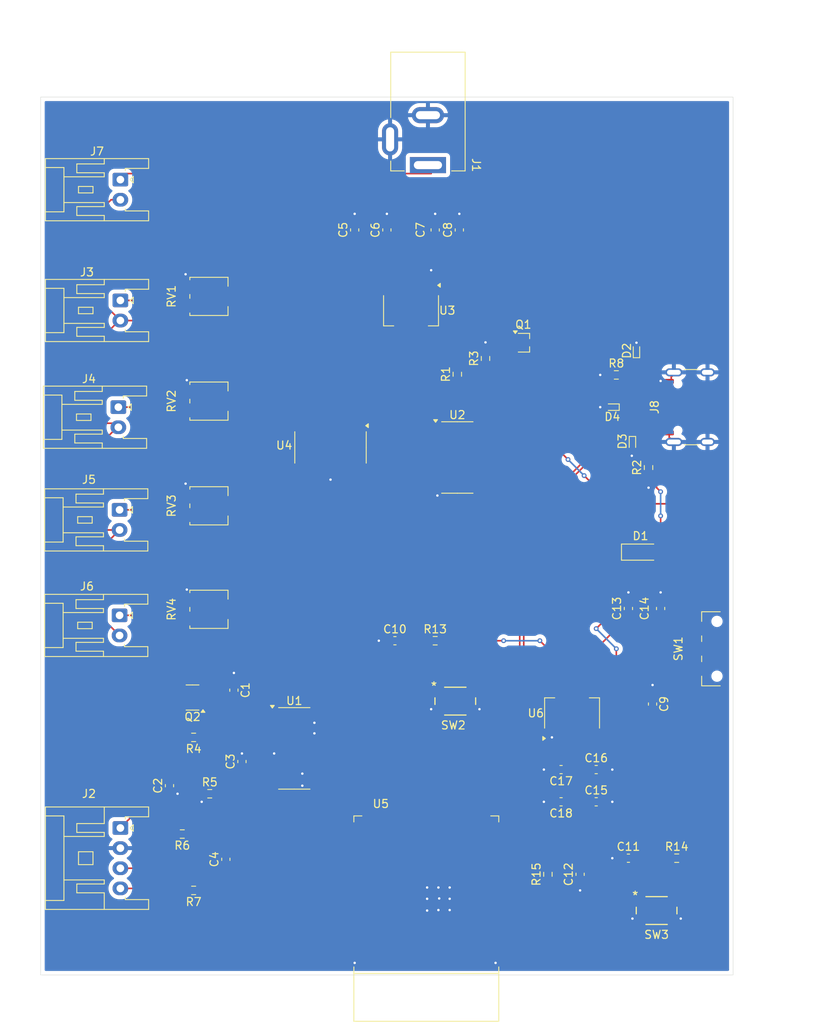
<source format=kicad_pcb>
(kicad_pcb (version 20240108) (generator "pcbnew") (generator_version "8.0")
  (title_block (title "FLOPS") (date "2024-11-14") (rev "REV3") (comment 1 "Team 09"))
  (layers (0 "F.Cu" signal) (31 "B.Cu" signal) (34 "B.Paste" user) (35 "F.Paste" user) (36 "B.SilkS" user "B.Silkscreen") (37 "F.SilkS" user "F.Silkscreen") (38 "B.Mask" user) (39 "F.Mask" user) (44 "Edge.Cuts" user))
  (net 0 "")
  (net 1 "ESP_3.3V")
  (net 2 "Net-(Q2-B)")
  (net 3 "Net-(J2-Pin_1)")
  (net 4 "GND")
  (net 6 "Net-(U1-VBG)")
  (net 7 "Net-(U1-INA-)")
  (net 8 "Net-(U1-VFB)")
  (net 9 "+5V_WALL")
  (net 10 "+3.3V_WALL")
  (net 11 "Net-(U1-INA+)")
  (net 12 "+5VUSB")
  (net 13 "GPIO0_BOOT")
  (net 14 "CHIP_PU_EN")
  (net 15 "/controller/USB_D-")
  (net 16 "/controller/VBUS")
  (net 17 "Net-(J7-Pin_1)")
  (net 18 "NFET_3.3V")
  (net 19 "Net-(U4A-+)")
  (net 20 "Net-(U4B-+)")
  (net 21 "Net-(U4C-+)")
  (net 22 "Net-(U4D-+)")
  (net 23 "Net-(SW1-B)")
  (net 35 "Net-(J3-Pin_1)")
  (net 36 "Net-(J2-Pin_3)")
  (net 37 "Net-(J2-Pin_4)")
  (net 38 "Net-(J4-Pin_1)")
  (net 39 "Net-(J5-Pin_1)")
  (net 40 "Net-(J6-Pin_1)")
  (net 41 "Net-(Q1-G)")
  (net 44 "Net-(U4C--)")
  (net 45 "Net-(U4A--)")
  (net 46 "Net-(U4B--)")
  (net 48 "Net-(U4D--)")
  (net 64 "Net-(R1-Pad1)")
  (net 70 "GPIO_36")
  (net 71 "GPIO_35")
  (net 74 "/controller/USB_D+")
  (net 75 "/controller/CC1")
  (net 77 "/controller/CC2")
  (footprint "Resistor_SMD:R_0603_1608Metric_Pad0.98x0.95mm_HandSolder" (layer "F.Cu") (at 59 149 180)
    (property "Reference" "R7")
    (property "Value" "100")
  )
  (footprint "Connector_USB:USB_C_Receptacle_GCT_USB4105-xx-A_16P_TopMnt_Horizontal" (layer "F.Cu") (at 121.75 89 90)
    (property "Reference" "J8")
    (property "Value" "USB_C_Receptacle_USB2.0_16P")
  )
  (footprint "Capacitor_SMD:C_0603_1608Metric_Pad1.08x0.95mm_HandSolder" (layer "F.Cu") (at 65 133 90)
    (property "Reference" "C3")
    (property "Value" "0.1uF")
  )
  (footprint "Connector_JST:JST_XA_S04B-XASK-1N-BN_1x04_P2.50mm_Horizontal" (layer "F.Cu") (at 49.9 141.25 -90)
    (property "Reference" "J2")
    (property "Value" "Conn_01x04")
  )
  (footprint "Resistor_SMD:R_0603_1608Metric_Pad0.98x0.95mm_HandSolder" (layer "F.Cu") (at 119 145)
    (property "Reference" "R14")
    (property "Value" "10k")
  )
  (footprint "Potentiometer_SMD:Potentiometer_Bourns_3314G_Vertical" (layer "F.Cu") (at 60.9 75.25 90)
    (property "Reference" "RV1")
    (property "Value" "100k Trim Pot")
  )
  (footprint "Potentiometer_SMD:Potentiometer_Bourns_3314G_Vertical" (layer "F.Cu") (at 60.9 114.1 90)
    (property "Reference" "RV4")
    (property "Value" "100k Trim Pot")
  )
  (footprint "Capacitor_SMD:C_0603_1608Metric_Pad1.08x0.95mm_HandSolder" (layer "F.Cu") (at 92 67 90)
    (property "Reference" "C8")
    (property "Value" "0.1uF")
  )
  (footprint "Capacitor_SMD:C_0603_1608Metric_Pad1.08x0.95mm_HandSolder" (layer "F.Cu") (at 79 67 90)
    (property "Reference" "C5")
    (property "Value" "10uF")
  )
  (footprint "Package_TO_SOT_SMD:SOT-23-3" (layer "F.Cu") (at 58.8625 125.05 180)
    (property "Reference" "Q2")
    (property "Value" "S8550")
  )
  (footprint "Connector_JST:JST_XA_S02B-XASK-1N-BN_1x02_P2.50mm_Horizontal" (layer "F.Cu") (at 49.65 89 -90)
    (property "Reference" "J4")
    (property "Value" "Conn_01x02")
  )
  (footprint "Capacitor_SMD:C_0603_1608Metric_Pad1.08x0.95mm_HandSolder" (layer "F.Cu") (at 89 67 90)
    (property "Reference" "C7")
    (property "Value" "10uF")
  )
  (footprint "Connector_JST:JST_XA_S02B-XASK-1N-BN_1x02_P2.50mm_Horizontal" (layer "F.Cu") (at 49.8 101.75 -90)
    (property "Reference" "J5")
    (property "Value" "Conn_01x02")
  )
  (footprint "Package_TO_SOT_SMD:SOT-223-3_TabPin2" (layer "F.Cu") (at 86 77 -90)
    (property "Reference" "U3")
    (property "Value" "AZ1117CH-3.3")
  )
  (footprint "PTS810SJM250SMTR LFS:PTS810_CNK" (layer "F.Cu") (at 116.5 151.5)
    (property "Reference" "SW3")
    (property "Value" "PTS810 SJM 250 SMTR LFS")
  )
  (footprint "Capacitor_SMD:C_0603_1608Metric_Pad1.08x0.95mm_HandSolder" (layer "F.Cu") (at 116 125.8625 -90)
    (property "Reference" "C9")
    (property "Value" "10uF")
  )
  (footprint "Connector_JST:JST_XA_S02B-XASK-1N-BN_1x02_P2.50mm_Horizontal" (layer "F.Cu") (at 49.9 75.75 -90)
    (property "Reference" "J3")
    (property "Value" "Conn_01x02")
  )
  (footprint "PCM_Espressif:ESP32-S3-WROOM-1" (layer "F.Cu") (at 87.9 149.5 180)
    (property "Reference" "U5")
    (property "Value" "ESP32-S3-WROOM-1-N16R8")
  )
  (footprint "Capacitor_SMD:C_0603_1608Metric_Pad1.08x0.95mm_HandSolder" (layer "F.Cu") (at 107 147 90)
    (property "Reference" "C12")
    (property "Value" "1uf")
  )
  (footprint "Capacitor_SMD:C_0603_1608Metric_Pad1.08x0.95mm_HandSolder" (layer "F.Cu") (at 117 114 90)
    (property "Reference" "C14")
    (property "Value" "0.1uF")
  )
  (footprint "Capacitor_SMD:C_0603_1608Metric_Pad1.08x0.95mm_HandSolder" (layer "F.Cu") (at 64 124.1375 -90)
    (property "Reference" "C1")
    (property "Value" "10uF")
  )
  (footprint "PTS810SJM250SMTR LFS:PTS810_CNK" (layer "F.Cu") (at 91.5 125.5)
    (property "Reference" "SW2")
    (property "Value" "PTS810 SJM 250 SMTR LFS")
  )
  (footprint "Resistor_SMD:R_0603_1608Metric_Pad0.98x0.95mm_HandSolder" (layer "F.Cu") (at 115.5 96.5 90)
    (property "Reference" "R2")
    (property "Value" "5.1k")
  )
  (footprint "Diode_SMD:D_SOD-123" (layer "F.Cu") (at 114.5 107)
    (property "Reference" "D1")
    (property "Value" "1N5819-HW-7-F")
  )
  (footprint "Connector_BarrelJack:BarrelJack_Kycon_KLDX-0202-xC_Horizontal" (layer "F.Cu") (at 88.1 58.95 -90)
    (property "Reference" "J1")
    (property "Value" "Barrel_Jack")
  )
  (footprint "Connector_JST:JST_XA_S02B-XASK-1N-BN_1x02_P2.50mm_Horizontal" (layer "F.Cu") (at 49.8 114.85 -90)
    (property "Reference" "J6")
    (property "Value" "Conn_01x02")
  )
  (footprint "Resistor_SMD:R_0603_1608Metric_Pad0.98x0.95mm_HandSolder" (layer "F.Cu") (at 91.75 84.9125 90)
    (property "Reference" "R1")
    (property "Value" "100")
  )
  (footprint "Potentiometer_SMD:Potentiometer_Bourns_3314G_Vertical" (layer "F.Cu") (at 60.9 88.25 90)
    (property "Reference" "RV2")
    (property "Value" "100k Trim Pot")
  )
  (footprint "Resistor_SMD:R_0603_1608Metric_Pad0.98x0.95mm_HandSolder" (layer "F.Cu") (at 95.25 82.95625 90)
    (property "Reference" "R3")
    (property "Value" "10k")
  )
  (footprint "Resistor_SMD:R_0603_1608Metric_Pad0.98x0.95mm_HandSolder" (layer "F.Cu") (at 57.5875 142 180)
    (property "Reference" "R6")
    (property "Value" "100")
  )
  (footprint "Button_Switch_SMD:SW_SPDT_CK_JS102011SAQN" (layer "F.Cu") (at 124 119 90)
    (property "Reference" "SW1")
    (property "Value" "JS102011SAQN")
  )
  (footprint "Diode_SMD:D_SOD-923" (layer "F.Cu") (at 114 82 90)
    (property "Reference" "D2")
    (property "Value" "ESD9B5.0ST5G")
  )
  (footprint "Resistor_SMD:R_0603_1608Metric_Pad0.98x0.95mm_HandSolder" (layer "F.Cu") (at 103 147 90)
    (property "Reference" "R15")
    (property "Value" "10k")
  )
  (footprint "Package_SO:SOIC-14_3.9x8.7mm_P1.27mm" (layer "F.Cu") (at 91.75 95.25)
    (property "Reference" "U2")
    (property "Value" "74LS21")
  )
  (footprint "Connector_JST:JST_XA_S02B-XASK-1N-BN_1x02_P2.50mm_Horizontal" (layer "F.Cu") (at 49.9 60.75 -90)
    (property "Reference" "J7")
    (property "Value" "Conn_01x02")
  )
  (footprint "Capacitor_SMD:C_0603_1608Metric_Pad1.08x0.95mm_HandSolder" (layer "F.Cu") (at 83 67 90)
    (property "Reference" "C6")
    (property "Value" "0.1uF")
  )
  (footprint "Capacitor_SMD:C_0603_1608Metric_Pad1.08x0.95mm_HandSolder" (layer "F.Cu") (at 63 145.1375 90)
    (property "Reference" "C4")
    (property "Value" "0.1uF")
  )
  (footprint "Resistor_SMD:R_0603_1608Metric_Pad0.98x0.95mm_HandSolder" (layer "F.Cu") (at 89 118)
    (property "Reference" "R13")
    (property "Value" "10k")
  )
  (footprint "Capacitor_SMD:C_0603_1608Metric_Pad1.08x0.95mm_HandSolder" (layer "F.Cu") (at 109 138)
    (property "Reference" "C15")
    (property "Value" "10uF")
  )
  (footprint "Capacitor_SMD:C_0603_1608Metric_Pad1.08x0.95mm_HandSolder" (layer "F.Cu") (at 56 136 90)
    (property "Reference" "C2")
    (property "Value" "0.1uF")
  )
  (footprint "Resistor_SMD:R_0603_1608Metric_Pad0.98x0.95mm_HandSolder" (layer "F.Cu") (at 111.5 85)
    (property "Reference" "R8")
    (property "Value" "5.1k")
  )
  (footprint "Capacitor_SMD:C_0603_1608Metric_Pad1.08x0.95mm_HandSolder" (layer "F.Cu") (at 113 114 90)
    (property "Reference" "C13")
    (property "Value" "10uF")
  )
  (footprint "Package_TO_SOT_SMD:SOT-323_SC-70" (layer "F.Cu") (at 100 81)
    (property "Reference" "Q1")
    (property "Value" "BSS816NWH6327XTSA1")
  )
  (footprint "Capacitor_SMD:C_0603_1608Metric_Pad1.08x0.95mm_HandSolder" (layer "F.Cu") (at 109 134)
    (property "Reference" "C16")
    (property "Value" "0.1uF")
  )
  (footprint "Package_SO:SOIC-14_3.9x8.7mm_P1.27mm" (layer "F.Cu") (at 76 94 -90)
    (property "Reference" "U4")
    (property "Value" "MCP6004")
  )
  (footprint "Diode_SMD:D_SOD-923" (layer "F.Cu") (at 111 89 180)
    (property "Reference" "D4")
    (property "Value" "ESD9B5.0ST5G")
  )
  (footprint "Package_SO:SOP-16_3.9x9.9mm_P1.27mm" (layer "F.Cu") (at 71.5 131.365)
    (property "Reference" "U1")
    (property "Value" "HX711")
  )
  (footprint "Package_TO_SOT_SMD:SOT-223-3_TabPin2" (layer "F.Cu") (at 106 127 90)
    (property "Reference" "U6")
    (property "Value" "AZ1117CH-3.3")
  )
  (footprint "Capacitor_SMD:C_0603_1608Metric_Pad1.08x0.95mm_HandSolder" (layer "F.Cu") (at 104.6375 134 180)
    (property "Reference" "C17")
    (property "Value" "10uF")
  )
  (footprint "Capacitor_SMD:C_0603_1608Metric_Pad1.08x0.95mm_HandSolder" (layer "F.Cu") (at 104.6375 138 180)
    (property "Reference" "C18")
    (property "Value" "0.1uF")
  )
  (footprint "Resistor_SMD:R_0603_1608Metric_Pad0.98x0.95mm_HandSolder" (layer "F.Cu") (at 59 130 180)
    (property "Reference" "R4")
    (property "Value" "20k")
  )
  (footprint "Resistor_SMD:R_0603_1608Metric_Pad0.98x0.95mm_HandSolder" (layer "F.Cu") (at 61 137)
    (property "Reference" "R5")
    (property "Value" "8.2k")
  )
  (footprint "Potentiometer_SMD:Potentiometer_Bourns_3314G_Vertical" (layer "F.Cu") (at 60.9 101.25 90)
    (property "Reference" "RV3")
    (property "Value" "100k Trim Pot")
  )
  (footprint "Capacitor_SMD:C_0603_1608Metric_Pad1.08x0.95mm_HandSolder" (layer "F.Cu") (at 113 145)
    (property "Reference" "C11")
    (property "Value" "0.1uF")
  )
  (footprint "Capacitor_SMD:C_0603_1608Metric_Pad1.08x0.95mm_HandSolder" (layer "F.Cu") (at 84 118)
    (property "Reference" "C10")
    (property "Value" "0.1uF")
  )
  (footprint "Diode_SMD:D_SOD-923" (layer "F.Cu") (at 113.5 93.5 -90)
    (property "Reference" "D3")
    (property "Value" "ESD9B5.0ST5G")
  )
  (gr_rect (start 40 50.5) (end 126 159.5) (stroke (width 0.05)) (fill none) (layer "Edge.Cuts"))
  (segment (start 120.9125 144) (end 121 144) (width 0.2) (layer "F.Cu") (net 1))
  (segment (start 69 126.92) (end 65.92 126.92) (width 0.2) (layer "F.Cu") (net 1))
  (segment (start 106 122) (end 113 115) (width 0.2) (layer "F.Cu") (net 1))
  (segment (start 80 115) (end 86.9125 115) (width 0.2) (layer "F.Cu") (net 1))
  (segment (start 121 143.5) (end 120.5 143) (width 0.2) (layer "F.Cu") (net 1))
  (segment (start 80 115) (end 75 120) (width 0.2) (layer "F.Cu") (net 1))
  (segment (start 115 114.8625) (end 117 114.8625) (width 0.2) (layer "F.Cu") (net 1))
  (segment (start 105.5 138) (end 105.5 134) (width 0.2) (layer "F.Cu") (net 1))
  (segment (start 121.25 116.5) (end 116.6375 116.5) (width 0.2) (layer "F.Cu") (net 1))
  (segment (start 75 125.92) (end 74 126.92) (width 0.2) (layer "F.Cu") (net 1))
  (segment (start 86.9125 115) (end 89.9125 118) (width 0.2) (layer "F.Cu") (net 1))
  (segment (start 106 143) (end 104 145) (width 0.2) (layer "F.Cu") (net 1))
  (segment (start 106 130.15) (end 106 131.8625) (width 0.2) (layer "F.Cu") (net 1))
  (segment (start 121 144) (end 121 143.5) (width 0.2) (layer "F.Cu") (net 1))
  (segment (start 103 146) (end 104 145) (width 0.2) (layer "F.Cu") (net 1))
  (segment (start 116.6375 116.5) (end 115 114.8625) (width 0.2) (layer "F.Cu") (net 1))
  (segment (start 106 123.85) (end 106 130.15) (width 0.2) (layer "F.Cu") (net 1))
  (segment (start 75 120) (end 75 125.92) (width 0.2) (layer "F.Cu") (net 1))
  (segment (start 74 126.92) (end 69 126.92) (width 0.2) (layer "F.Cu") (net 1))
  (segment (start 113 115) (end 113 114.8625) (width 0.2) (layer "F.Cu") (net 1))
  (segment (start 106 123.85) (end 106 122) (width 0.2) (layer "F.Cu") (net 1))
  (segment (start 65.92 126.92) (end 64 125) (width 0.2) (layer "F.Cu") (net 1))
  (segment (start 89.9125 118) (end 97.5 118) (width 0.2) (layer "F.Cu") (net 1))
  (segment (start 120.5 143) (end 106 143) (width 0.2) (layer "F.Cu") (net 1))
  (segment (start 106 131.8625) (end 105.5 132.3625) (width 0.2) (layer "F.Cu") (net 1))
  (segment (start 106 122) (end 102 118) (width 0.2) (layer "F.Cu") (net 1))
  (segment (start 106 138.5) (end 105.5 138) (width 0.2) (layer "F.Cu") (net 1))
  (segment (start 113 114.8625) (end 115 114.8625) (width 0.2) (layer "F.Cu") (net 1))
  (segment (start 105.5 132.3625) (end 105.5 134) (width 0.2) (layer "F.Cu") (net 1))
  (segment (start 103 146.0875) (end 103 146) (width 0.2) (layer "F.Cu") (net 1))
  (segment (start 106 143) (end 106 138.5) (width 0.2) (layer "F.Cu") (net 1))
  (segment (start 119.9125 145) (end 120.9125 144) (width 0.2) (layer "F.Cu") (net 1))
  (segment (start 64 125) (end 61 125) (width 0.2) (layer "F.Cu") (net 1))
  (segment (start 61 125) (end 60 126) (width 0.2) (layer "F.Cu") (net 1))
  (via (at 97.5 118) (size 0.6) (drill 0.3) (layers "F.Cu" "B.Cu") (net 1))
  (via (at 102 118) (size 0.6) (drill 0.3) (layers "F.Cu" "B.Cu") (net 1))
  (segment (start 97.5 118) (end 102 118) (width 0.2) (layer "B.Cu") (net 1))
  (segment (start 58.5 126.5) (end 58.5 125.578052) (width 0.2) (layer "F.Cu") (net 2))
  (segment (start 58.560974 125.539026) (end 60 124.1) (width 0.2) (layer "F.Cu") (net 2))
  (segment (start 60.19 128.19) (end 58.5 126.5) (width 0.2) (layer "F.Cu") (net 2))
  (segment (start 58.539026 125.539026) (end 58.560974 125.539026) (width 0.2) (layer "F.Cu") (net 2))
  (segment (start 58.5 125.578052) (end 58.539026 125.539026) (width 0.2) (layer "F.Cu") (net 2))
  (segment (start 69 128.19) (end 60.19 128.19) (width 0.2) (layer "F.Cu") (net 2))
  (segment (start 56 126.775) (end 57.725 125.05) (width 0.2) (layer "F.Cu") (net 3))
  (segment (start 56 127.9125) (end 56 126.775) (width 0.2) (layer "F.Cu") (net 3))
  (segment (start 49.9 141.2375) (end 56 135.1375) (width 0.2) (layer "F.Cu") (net 3))
  (segment (start 69 129.46) (end 68.54 129) (width 0.2) (layer "F.Cu") (net 3))
  (segment (start 56 135.1375) (end 56 132.0875) (width 0.2) (layer "F.Cu") (net 3))
  (segment (start 68.54 129) (end 59 129) (width 0.2) (layer "F.Cu") (net 3))
  (segment (start 59 129) (end 59 129.0875) (width 0.2) (layer "F.Cu") (net 3))
  (segment (start 49.9 141.25) (end 49.9 141.2375) (width 0.2) (layer "F.Cu") (net 3))
  (segment (start 58.0875 130) (end 56 127.9125) (width 0.2) (layer "F.Cu") (net 3))
  (segment (start 56 132.0875) (end 58.0875 130) (width 0.2) (layer "F.Cu") (net 3))
  (segment (start 59 129.0875) (end 58.0875 130) (width 0.2) (layer "F.Cu") (net 3))
  (segment (start 89.4 148.6) (end 89.5 148.5) (width 0.2) (layer "F.Cu") (net 4))
  (segment (start 88.3 72.2) (end 88.5 72) (width 0.2) (layer "F.Cu") (net 4))
  (segment (start 88 151.44) (end 88 151.5) (width 0.2) (layer "F.Cu") (net 4))
  (segment (start 109.8625 134) (end 111 134) (width 0.2) (layer "F.Cu") (net 4))
  (segment (start 79.15 157.76) (end 79.15 157.85) (width 0.2) (layer "F.Cu") (net 4))
  (segment (start 69 132) (end 66.5 132) (width 0.2) (layer "F.Cu") (net 4))
  (segment (start 79 66.1375) (end 79 65) (width 0.2) (layer "F.Cu") (net 4))
  (segment (start 83.1375 118) (end 82 118) (width 0.2) (layer "F.Cu") (net 4))
  (segment (start 65 132.1375) (end 65 132) (width 0.2) (layer "F.Cu") (net 4))
  (segment (start 95.25 82.04375) (end 95.25 80.95625) (width 0.2) (layer "F.Cu") (net 4))
  (segment (start 74 129.5) (end 74 129.46) (width 0.2) (layer "F.Cu") (net 4))
  (segment (start 72.54 134.54) (end 72.5 134.5) (width 0.2) (layer "F.Cu") (net 4))
  (segment (start 117.05 85.8) (end 117 85.75) (width 0.2) (layer "F.Cu") (net 4))
  (segment (start 90.94 151.44) (end 90.8 151.44) (width 0.2) (layer "F.Cu") (net 4))
  (segment (start 96.65 157.76) (end 96.65 157.85) (width 0.2) (layer "F.Cu") (net 4))
  (segment (start 103.7 130.15) (end 103.65 130.15) (width 0.2) (layer "F.Cu") (net 4))
  (segment (start 76 96.475) (end 76 98) (width 0.2) (layer "F.Cu") (net 4))
  (segment (start 114.425 152.575) (end 113.575 152.575) (width 0.2) (layer "F.Cu") (net 4))
  (segment (start 103.775 134) (end 102.5 134) (width 0.2) (layer "F.Cu") (net 4))
  (segment (start 56 136.8625) (end 56.8625 136.8625) (width 0.2) (layer "F.Cu") (net 4))
  (segment (start 110.58 89) (end 109.5 89) (width 0.2) (layer "F.Cu") (net 4))
  (segment (start 90.96 150.04) (end 90.8 150.04) (width 0.2) (layer "F.Cu") (net 4))
  (segment (start 93.575 126.575) (end 94.425 126.575) (width 0.2) (layer "F.Cu") (net 4))
  (segment (start 116 125) (end 116 123.5) (width 0.2) (layer "F.Cu") (net 4))
  (segment (start 58.15 87.1) (end 58.15 85.65) (width 0.2) (layer "F.Cu") (net 4))
  (segment (start 65 132.1375) (end 66.3625 132.1375) (width 0.2) (layer "F.Cu") (net 4))
  (segment (start 114 81.58) (end 114 81) (width 0.2) (layer "F.Cu") (net 4))
  (segment (start 74 135.81) (end 72.69 135.81) (width 0.2) (layer "F.Cu") (net 4))
  (segment (start 56.8625 136.8625) (end 57 137) (width 0.2) (layer "F.Cu") (net 4))
  (segment (start 88 150) (end 88 150.04) (width 0.2) (layer "F.Cu") (net 4))
  (segment (start 58.15 74.1) (end 58.15 72.65) (width 0.2) (layer "F.Cu") (net 4))
  (segment (start 119.425 152.575) (end 119.5 152.5) (width 0.2) (layer "F.Cu") (net 4))
  (segment (start 79.15 157.85) (end 79 158) (width 0.2) (layer "F.Cu") (net 4))
  (segment (start 113 113.1375) (end 113 112) (width 0.2) (layer "F.Cu") (net 4))
  (segment (start 94.425 126.575) (end 94.5 126.5) (width 0.2) (layer "F.Cu") (net 4))
  (segment (start 89.4 148.6) (end 89.4 148.64) (width 0.2) (layer "F.Cu") (net 4))
  (segment (start 103.65 130.15) (end 103.5 130) (width 0.2) (layer "F.Cu") (net 4))
  (segment (start 103.775 138) (end 102.5 138) (width 0.2) (layer "F.Cu") (net 4))
  (segment (start 89.46 150.04) (end 89.5 150) (width 0.2) (layer "F.Cu") (net 4))
  (segment (start 83 66.1375) (end 83 65) (width 0.2) (layer "F.Cu") (net 4))
  (segment (start 90.96 150.04) (end 91 150) (width 0.2) (layer "F.Cu") (net 4))
  (segment (start 88.575 126.575) (end 88.5 126.5) (width 0.2) (layer "F.Cu") (net 4))
  (segment (start 74 134.54) (end 72.54 134.54) (width 0.2) (layer "F.Cu") (net 4))
  (segment (start 107 147.8625) (end 107 149) (width 0.2) (layer "F.Cu") (net 4))
  (segment (start 110.5875 85) (end 109.5 85) (width 0.2) (layer "F.Cu") (net 4))
  (segment (start 89.425 126.575) (end 88.575 126.575) (width 0.2) (layer "F.Cu") (net 4))
  (segment (start 115.5 97.4125) (end 115.5 99) (width 0.2) (layer "F.Cu") (net 4))
  (segment (start 118.07 85.8) (end 117.05 85.8) (width 0.2) (layer "F.Cu") (net 4))
  (segment (start 64 123.275) (end 64 122) (width 0.2) (layer "F.Cu") (net 4))
  (segment (start 58.15 100.1) (end 58.15 98.65) (width 0.2) (layer "F.Cu") (net 4))
  (segment (start 118.32 85.8) (end 118.32 85.255) (width 0.2) (layer "F.Cu") (net 4))
  (segment (start 88.3 73.85) (end 88.3 72.2) (width 0.2) (layer "F.Cu") (net 4))
  (segment (start 89.25 100) (end 89.275 99.975) (width 0.2) (layer "F.Cu") (net 4))
  (segment (start 117 113.1375) (end 117 112) (width 0.2) (layer "F.Cu") (net 4))
  (segment (start 113.5 93.92) (end 113.5 94.96) (width 0.2) (layer "F.Cu") (net 4))
  (segment (start 58.15 72.65) (end 58 72.5) (width 0.2) (layer "F.Cu") (net 4))
  (segment (start 58 85.5) (end 58.15 85.65) (width 0.2) (layer "F.Cu") (net 4))
  (segment (start 58.15 98.65) (end 58 98.5) (width 0.2) (layer "F.Cu") (net 4))
  (segment (start 113.575 152.575) (end 113.5 152.5) (width 0.2) (layer "F.Cu") (net 4))
  (segment (start 66.3625 132.1375) (end 66.5 132) (width 0.2) (layer "F.Cu") (net 4))
  (segment (start 89 66.1375) (end 89 65) (width 0.2) (layer "F.Cu") (net 4))
  (segment (start 72.69 135.81) (end 72.5 136) (width 0.2) (layer "F.Cu") (net 4))
  (segment (start 90.94 151.44) (end 91 151.5) (width 0.2) (layer "F.Cu") (net 4))
  (segment (start 60.0875 137) (end 60.0875 137.9125) (width 0.2) (layer "F.Cu") (net 4))
  (segment (start 118.07 92.745) (end 118.645 93.32) (width 0.2) (layer "F.Cu") (net 4))
  (segment (start 89.4 150.04) (end 89.46 150.04) (width 0.2) (layer "F.Cu") (net 4))
  (segment (start 92 66.1375) (end 92 65) (width 0.2) (layer "F.Cu") (net 4))
  (segment (start 60.0875 137.9125) (end 60 138) (width 0.2) (layer "F.Cu") (net 4))
  (segment (start 89.275 99.06) (end 89.275 99.975) (width 0.2) (layer "F.Cu") (net 4))
  (segment (start 113.5 94.96) (end 113.42 95.04) (width 0.2) (layer "F.Cu") (net 4))
  (segment (start 118.575 152.575) (end 119.425 152.575) (width 0.2) (layer "F.Cu") (net 4))
  (segment (start 109.8625 138) (end 111 138) (width 0.2) (layer "F.Cu") (net 4))
  (segment (start 118.07 92.2) (end 118.07 92.745) (width 0.2) (layer "F.Cu") (net 4))
  (segment (start 58.15 111.65) (end 58.15 112.95) (width 0.2) (layer "F.Cu") (net 4))
  (segment (start 96.65 157.85) (end 96.5 158) (width 0.2) (layer "F.Cu") (net 4))
  (segment (start 112.1375 145) (end 111 145) (width 0.2) (layer "F.Cu") (net 4))
  (segment (start 118.32 85.255) (end 118.895 84.68) (width 0.2) (layer "F.Cu") (net 4))
  (via (at 113 112) (size 0.6) (drill 0.3) (layers "F.Cu" "B.Cu") (net 4))
  (via (at 89.5 150) (size 0.6) (drill 0.3) (layers "F.Cu" "B.Cu") (net 4))
  (via (at 64 122) (size 0.6) (drill 0.3) (layers "F.Cu" "B.Cu") (net 4))
  (via (at 76 98) (size 0.6) (drill 0.3) (layers "F.Cu" "B.Cu") (net 4))
  (via (at 113.5 152.5) (size 0.6) (drill 0.3) (layers "F.Cu" "B.Cu") (net 4))
  (via (at 89.275 99.975) (size 0.6) (drill 0.3) (layers "F.Cu" "B.Cu") (net 4))
  (via (at 109.5 85) (size 0.6) (drill 0.3) (layers "F.Cu" "B.Cu") (net 4))
  (via (at 102.5 134) (size 0.6) (drill 0.3) (layers "F.Cu" "B.Cu") (net 4))
  (via (at 88 151.5) (size 0.6) (drill 0.3) (layers "F.Cu" "B.Cu") (net 4))
  (via (at 111 145) (size 0.6) (drill 0.3) (layers "F.Cu" "B.Cu") (net 4))
  (via (at 88 148.64) (size 0.6) (drill 0.3) (layers "F.Cu" "B.Cu") (net 4))
  (via (at 83 65) (size 0.6) (drill 0.3) (layers "F.Cu" "B.Cu") (net 4))
  (via (at 117 112) (size 0.6) (drill 0.3) (layers "F.Cu" "B.Cu") (net 4))
  (via (at 111 138) (size 0.6) (drill 0.3) (layers "F.Cu" "B.Cu") (net 4))
  (via (at 60 138) (size 0.6) (drill 0.3) (layers "F.Cu" "B.Cu") (net 4))
  (via (at 74 129.5) (size 0.6) (drill 0.3) (layers "F.Cu" "B.Cu") (net 4))
  (via (at 119.5 152.5) (size 0.6) (drill 0.3) (layers "F.Cu" "B.Cu") (net 4))
  (via (at 57 137) (size 0.6) (drill 0.3) (layers "F.Cu" "B.Cu") (net 4))
  (via (at 113.42 95.04) (size 0.6) (drill 0.3) (layers "F.Cu" "B.Cu") (net 4))
  (via (at 90.8 150.04) (size 0.6) (drill 0.3) (layers "F.Cu" "B.Cu") (net 4))
  (via (at 95.25 80.95625) (size 0.6) (drill 0.3) (layers "F.Cu" "B.Cu") (net 4))
  (via (at 72.5 136) (size 0.6) (drill 0.3) (layers "F.Cu" "B.Cu") (net 4))
  (via (at 58 98.5) (size 0.6) (drill 0.3) (layers "F.Cu" "B.Cu") (net 4))
  (via (at 114 81) (size 0.6) (drill 0.3) (layers "F.Cu" "B.Cu") (net 4))
  (via (at 94.5 126.5) (size 0.6) (drill 0.3) (layers "F.Cu" "B.Cu") (net 4))
  (via (at 103.5 130) (size 0.6) (drill 0.3) (layers "F.Cu" "B.Cu") (net 4))
  (via (at 111 134) (size 0.6) (drill 0.3) (layers "F.Cu" "B.Cu") (net 4))
  (via (at 109.5 89) (size 0.6) (drill 0.3) (layers "F.Cu" "B.Cu") (net 4))
  (via (at 72.5 134.5) (size 0.6) (drill 0.3) (layers "F.Cu" "B.Cu") (net 4))
  (via (at 65 132) (size 0.6) (drill 0.3) (layers "F.Cu" "B.Cu") (net 4))
  (via (at 90.8 151.44) (size 0.6) (drill 0.3) (layers "F.Cu" "B.Cu") (net 4))
  (via (at 92 65) (size 0.6) (drill 0.3) (layers "F.Cu" "B.Cu") (net 4))
  (via (at 96.5 158) (size 0.6) (drill 0.3) (layers "F.Cu" "B.Cu") (net 4))
  (via (at 82 118) (size 0.6) (drill 0.3) (layers "F.Cu" "B.Cu") (net 4))
  (via (at 58.15 85.65) (size 0.6) (drill 0.3) (layers "F.Cu" "B.Cu") (net 4))
  (via (at 89.4 148.64) (size 0.6) (drill 0.3) (layers "F.Cu" "B.Cu") (net 4))
  (via (at 116 123.5) (size 0.6) (drill 0.3) (layers "F.Cu" "B.Cu") (net 4))
  (via (at 58.15 111.65) (size 0.6) (drill 0.3) (layers "F.Cu" "B.Cu") (net 4))
  (via (at 89.4 151.44) (size 0.6) (drill 0.3) (layers "F.Cu" "B.Cu") (net 4))
  (via (at 90.8 148.64) (size 0.6) (drill 0.3) (layers "F.Cu" "B.Cu") (net 4))
  (via (at 88 150.04) (size 0.6) (drill 0.3) (layers "F.Cu" "B.Cu") (net 4))
  (via (at 79 65) (size 0.6) (drill 0.3) (layers "F.Cu" "B.Cu") (net 4))
  (via (at 58 72.5) (size 0.6) (drill 0.3) (layers "F.Cu" "B.Cu") (net 4))
  (via (at 79 158) (size 0.6) (drill 0.3) (layers "F.Cu" "B.Cu") (net 4))
  (via (at 89 65) (size 0.6) (drill 0.3) (layers "F.Cu" "B.Cu") (net 4))
  (via (at 88.5 72) (size 0.6) (drill 0.3) (layers "F.Cu" "B.Cu") (net 4))
  (via (at 74 128.19) (size 0.6) (drill 0.3) (layers "F.Cu" "B.Cu") (net 4))
  (via (at 88.5 126.5) (size 0.6) (drill 0.3) (layers "F.Cu" "B.Cu") (net 4))
  (via (at 69 132) (size 0.6) (drill 0.3) (layers "F.Cu" "B.Cu") (net 4))
  (via (at 117 85.75) (size 0.6) (drill 0.3) (layers "F.Cu" "B.Cu") (net 4))
  (via (at 107 149) (size 0.6) (drill 0.3) (layers "F.Cu" "B.Cu") (net 4))
  (via (at 115.5 99) (size 0.6) (drill 0.3) (layers "F.Cu" "B.Cu") (net 4))
  (via (at 102.5 138) (size 0.6) (drill 0.3) (layers "F.Cu" "B.Cu") (net 4))
  (segment (start 96.5 158) (end 97 158) (width 0.2) (layer "B.Cu") (net 4))
  (segment (start 69 133.27) (end 65.5925 133.27) (width 0.2) (layer "F.Cu") (net 6))
  (segment (start 65.5925 133.27) (end 65 133.8625) (width 0.2) (layer "F.Cu") (net 6))
  (segment (start 68.185 134.54) (end 60.725 142) (width 0.2) (layer "F.Cu") (net 7))
  (segment (start 69 134.54) (end 68.185 134.54) (width 0.2) (layer "F.Cu") (net 7))
  (segment (start 58.5 142) (end 60.725 142) (width 0.2) (layer "F.Cu") (net 7))
  (segment (start 60.725 142) (end 63 144.275) (width 0.2) (layer "F.Cu") (net 7))
  (segment (start 61.9125 137) (end 61.9125 132) (width 0.2) (layer "F.Cu") (net 8))
  (segment (start 61.9125 132) (end 59.9125 130) (width 0.2) (layer "F.Cu") (net 8))
  (segment (start 69 130.73) (end 63.1825 130.73) (width 0.2) (layer "F.Cu") (net 8))
  (segment (start 63.1825 130.73) (end 61.9125 132) (width 0.2) (layer "F.Cu") (net 8))
  (segment (start 83.7 84.7) (end 83.7 73.85) (width 0.2) (layer "F.Cu") (net 9))
  (segment (start 49.5 91.5) (end 48 93) (width 0.2) (layer "F.Cu") (net 9))
  (segment (start 49.25 78.75) (end 48 80) (width 0.2) (layer "F.Cu") (net 9))
  (segment (start 48 93) (end 48 104) (width 0.2) (layer "F.Cu") (net 9))
  (segment (start 72 80) (end 62 80) (width 0.2) (layer "F.Cu") (net 9))
  (segment (start 48 80) (end 48 91) (width 0.2) (layer "F.Cu") (net 9))
  (segment (start 61 71) (end 62 70) (width 0.2) (layer "F.Cu") (net 9))
  (segment (start 61 79) (end 61 71) (width 0.2) (layer "F.Cu") (net 9))
  (segment (start 48.25 104.25) (end 49.8 104.25) (width 0.2) (layer "F.Cu") (net 9))
  (segment (start 48 115.55) (end 49.8 117.35) (width 0.2) (layer "F.Cu") (net 9))
  (segment (start 76.85 73.85) (end 83.7 73.85) (width 0.2) (layer "F.Cu") (net 9))
  (segment (start 60.25 78.25) (end 61 79) (width 0.2) (layer "F.Cu") (net 9))
  (segment (start 94.475 90.19) (end 94 89.715) (width 0.2) (layer "F.Cu") (net 9))
  (segment (start 48 106.05) (end 48 115.55) (width 0.2) (layer "F.Cu") (net 9))
  (segment (start 48.75 63.25) (end 49.9 63.25) (width 0.2) (layer "F.Cu") (net 9))
  (segment (start 48 91) (end 49.15 91) (width 0.2) (layer "F.Cu") (net 9))
  (segment (start 76 91.525) (end 76 84) (width 0.2) (layer "F.Cu") (net 9))
  (segment (start 83.7 73.85) (end 83.7 68.5625) (width 0.2) (layer "F.Cu") (net 9))
  (segment (start 76 84) (end 72 80) (width 0.2) (layer "F.Cu") (net 9))
  (segment (start 85 86) (end 83.7 84.7) (width 0.2) (layer "F.Cu") (net 9))
  (segment (start 47 65) (end 48.75 63.25) (width 0.2) (layer "F.Cu") (net 9))
  (segment (start 83 67.8625) (end 79 67.8625) (width 0.2) (layer "F.Cu") (net 9))
  (segment (start 83.7 68.5625) (end 83 67.8625) (width 0.2) (layer "F.Cu") (net 9))
  (segment (start 47 75.35) (end 47 65) (width 0.2) (layer "F.Cu") (net 9))
  (segment (start 62 70) (end 73 70) (width 0.2) (layer "F.Cu") (net 9))
  (segment (start 62 80) (end 61 79) (width 0.2) (layer "F.Cu") (net 9))
  (segment (start 49.9 78.25) (end 49.4 78.75) (width 0.2) (layer "F.Cu") (net 9))
  (segment (start 48 104) (end 48.25 104.25) (width 0.2) (layer "F.Cu") (net 9))
  (segment (start 49.8 104.25) (end 48 106.05) (width 0.2) (layer "F.Cu") (net 9))
  (segment (start 49.65 91.5) (end 49.5 91.5) (width 0.2) (layer "F.Cu") (net 9))
  (segment (start 49.9 78.25) (end 60.25 78.25) (width 0.2) (layer "F.Cu") (net 9))
  (segment (start 73 70) (end 76.85 73.85) (width 0.2) (layer "F.Cu") (net 9))
  (segment (start 49.15 91) (end 49.65 91.5) (width 0.2) (layer "F.Cu") (net 9))
  (segment (start 94 89.715) (end 94 87) (width 0.2) (layer "F.Cu") (net 9))
  (segment (start 49.9 78.25) (end 47 75.35) (width 0.2) (layer "F.Cu") (net 9))
  (segment (start 49.4 78.75) (end 49.25 78.75) (width 0.2) (layer "F.Cu") (net 9))
  (segment (start 86 73.85) (end 86 70.8625) (width 0.2) (layer "F.Cu") (net 10))
  (segment (start 86 73.85) (end 86 80.15) (width 0.2) (layer "F.Cu") (net 10))
  (segment (start 86.15 80) (end 98.65 80) (width 0.2) (layer "F.Cu") (net 10))
  (segment (start 86 70.8625) (end 89 67.8625) (width 0.2) (layer "F.Cu") (net 10))
  (segment (start 89 67.8625) (end 92 67.8625) (width 0.2) (layer "F.Cu") (net 10))
  (segment (start 86 80.15) (end 86.15 80) (width 0.2) (layer "F.Cu") (net 10))
  (segment (start 98.65 80) (end 99 80.35) (width 0.2) (layer "F.Cu") (net 10))
  (segment (start 59.9125 149) (end 60 149) (width 0.2) (layer "F.Cu") (net 11))
  (segment (start 60 149) (end 63 146) (width 0.2) (layer "F.Cu") (net 11))
  (segment (start 69 142) (end 65 146) (width 0.2) (layer "F.Cu") (net 11))
  (segment (start 69 135.81) (end 69 142) (width 0.2) (layer "F.Cu") (net 11))
  (segment (start 65 146) (end 63 146) (width 0.2) (layer "F.Cu") (net 11))
  (segment (start 110 108.5) (end 111.5 107) (width 0.2) (layer "F.Cu") (net 12))
  (segment (start 115.5 129) (end 112.5 129) (width 0.2) (layer "F.Cu") (net 12))
  (segment (start 109.45 129) (end 108.3 130.15) (width 0.2) (layer "F.Cu") (net 12))
  (segment (start 111.5 121.388642) (end 112.5 122.388642) (width 0.2) (layer "F.Cu") (net 12))
  (segment (start 108.3 133.8375) (end 108.1375 134) (width 0.2) (layer "F.Cu") (net 12))
  (segment (start 110 115.5) (end 110 108.5) (width 0.2) (layer "F.Cu") (net 12))
  (segment (start 116 128.5) (end 115.5 129) (width 0.2) (layer "F.Cu") (net 12))
  (segment (start 112.5 122.388642) (end 112.5 129) (width 0.2) (layer "F.Cu") (net 12))
  (segment (start 111.5 107) (end 112.85 107) (width 0.2) (layer "F.Cu") (net 12))
  (segment (start 111.5 119) (end 111.5 121.388642) (width 0.2) (layer "F.Cu") (net 12))
  (segment (start 108.3 130.15) (end 108.3 133.8375) (width 0.2) (layer "F.Cu") (net 12))
  (segment (start 110 129) (end 109.45 129) (width 0.2) (layer "F.Cu") (net 12))
  (segment (start 116 126.725) (end 116 128.5) (width 0.2) (layer "F.Cu") (net 12))
  (segment (start 112.5 129) (end 110 129) (width 0.2) (layer "F.Cu") (net 12))
  (segment (start 109 116.5) (end 110 115.5) (width 0.2) (layer "F.Cu") (net 12))
  (segment (start 108.1375 134) (end 108.1375 138) (width 0.2) (layer "F.Cu") (net 12))
  (via (at 109 116.5) (size 0.6) (drill 0.3) (layers "F.Cu" "B.Cu") (net 12))
  (via (at 111.5 119) (size 0.6) (drill 0.3) (layers "F.Cu" "B.Cu") (net 12))
  (segment (start 109 116.5) (end 111.5 119) (width 0.2) (layer "B.Cu") (net 12))
  (segment (start 86.5 118) (end 86.5 120) (width 0.2) (layer "F.Cu") (net 13))
  (segment (start 79 124) (end 79 141.1) (width 0.2) (layer "F.Cu") (net 13))
  (segment (start 89.425 123.875) (end 91.55 121.75) (width 0.2) (layer "F.Cu") (net 13))
  (segment (start 91 120) (end 91.55 120.55) (width 0.2) (layer "F.Cu") (net 13))
  (segment (start 84.8625 118) (end 86.5 118) (width 0.2) (layer "F.Cu") (net 13))
  (segment (start 83 120) (end 79 124) (width 0.2) (layer "F.Cu") (net 13))
  (segment (start 91.55 120.55) (end 91.55 121.75) (width 0.2) (layer "F.Cu") (net 13))
  (segment (start 86.5 120) (end 83 120) (width 0.2) (layer "F.Cu") (net 13))
  (segment (start 79 141.1) (end 79.15 141.25) (width 0.2) (layer "F.Cu") (net 13))
  (segment (start 93.575 124.425) (end 93.575 123.775) (width 0.2) (layer "F.Cu") (net 13))
  (segment (start 86.5 118) (end 88.0875 118) (width 0.2) (layer "F.Cu") (net 13))
  (segment (start 93.575 123.775) (end 91.55 121.75) (width 0.2) (layer "F.Cu") (net 13))
  (segment (start 86.5 120) (end 91 120) (width 0.2) (layer "F.Cu") (net 13))
  (segment (start 89.425 124.425) (end 89.425 123.875) (width 0.2) (layer "F.Cu") (net 13))
  (segment (start 103 147.9125) (end 101 149.9125) (width 0.2) (layer "F.Cu") (net 14))
  (segment (start 118.575 147.575) (end 118 147) (width 0.2) (layer "F.Cu") (net 14))
  (segment (start 118.575 150.425) (end 118.575 147.575) (width 0.2) (layer "F.Cu") (net 14))
  (segment (start 118 147) (end 116 147) (width 0.2) (layer "F.Cu") (net 14))
  (segment (start 114.425 147.575) (end 115 147) (width 0.2) (layer "F.Cu") (net 14))
  (segment (start 113.1375 146.1375) (end 114.5 147.5) (width 0.2) (layer "F.Cu") (net 14))
  (segment (start 116 145) (end 116 147) (width 0.2) (layer "F.Cu") (net 14))
  (segment (start 107 146.1375) (end 104.775 146.1375) (width 0.2) (layer "F.Cu") (net 14))
  (segment (start 113.8625 145) (end 116 145) (width 0.2) (layer "F.Cu") (net 14))
  (segment (start 114.425 150.425) (end 114.425 147.575) (width 0.2) (layer "F.Cu") (net 14))
  (segment (start 101 149.9125) (end 101 153) (width 0.2) (layer "F.Cu") (net 14))
  (segment (start 116 147) (end 115 147) (width 0.2) (layer "F.Cu") (net 14))
  (segment (start 116 145) (end 118.0875 145) (width 0.2) (layer "F.Cu") (net 14))
  (segment (start 104.775 146.1375) (end 103 147.9125) (width 0.2) (layer "F.Cu") (net 14))
  (segment (start 98.78 155.22) (end 96.65 155.22) (width 0.2) (layer "F.Cu") (net 14))
  (segment (start 101 153) (end 98.78 155.22) (width 0.2) (layer "F.Cu") (net 14))
  (segment (start 107 146.1375) (end 113.1375 146.1375) (width 0.2) (layer "F.Cu") (net 14))
  (segment (start 116.98 89.75) (end 116.93 89.7) (width 0.2) (layer "F.Cu") (net 15))
  (segment (start 117.955 88.75) (end 116.867499 88.75) (width 0.2) (layer "F.Cu") (net 15))
  (segment (start 114.1591 89.6591) (end 100 103.8182) (width 0.2) (layer "F.Cu") (net 15))
  (segment (start 116.93 89.7) (end 116.93 88.8) (width 0.2) (layer "F.Cu") (net 15))
  (segment (start 100 103.8182) (end 100 140.5) (width 0.2) (layer "F.Cu") (net 15))
  (segment (start 115.0932 88.725) (end 114.1591 89.6591) (width 0.2) (layer "F.Cu") (net 15))
  (segment (start 97.98 142.52) (end 96.65 142.52) (width 0.2) (layer "F.Cu") (net 15))
  (segment (start 100 140.5) (end 97.98 142.52) (width 0.2) (layer "F.Cu") (net 15))
  (segment (start 113.5 93.08) (end 114.1591 92.4209) (width 0.2) (layer "F.Cu") (net 15))
  (segment (start 114.1591 92.4209) (end 114.1591 89.6591) (width 0.2) (layer "F.Cu") (net 15))
  (segment (start 117.955 89.75) (end 116.98 89.75) (width 0.2) (layer "F.Cu") (net 15))
  (segment (start 116.842499 88.725) (end 115.0932 88.725) (width 0.2) (layer "F.Cu") (net 15))
  (segment (start 96.65 142.52) (end 97.18 142.52) (width 0.2) (layer "F.Cu") (net 15))
  (segment (start 116.98 88.75) (end 117.955 88.75) (width 0.2) (layer "F.Cu") (net 15))
  (segment (start 116.867499 88.75) (end 116.842499 88.725) (width 0.2) (layer "F.Cu") (net 15))
  (segment (start 116.93 88.8) (end 116.98 88.75) (width 0.2) (layer "F.Cu") (net 15))
  (segment (start 117 102.5) (end 117 103.5) (width 0.2) (layer "F.Cu") (net 16))
  (segment (start 118.07 91.4) (end 118.52741 91.4) (width 0.2) (layer "F.Cu") (net 16))
  (segment (start 117.955 86.55) (end 115.55 86.55) (width 0.2) (layer "F.Cu") (net 16))
  (segment (start 120 88) (end 118.6 86.6) (width 0.2) (layer "F.Cu") (net 16))
  (segment (start 119.632411 90.294999) (end 120 90.294999) (width 0.2) (layer "F.Cu") (net 16))
  (segment (start 120 90.294999) (end 120 88) (width 0.2) (layer "F.Cu") (net 16))
  (segment (start 117.745001 91.4) (end 117.35 91.4) (width 0.2) (layer "F.Cu") (net 16))
  (segment (start 115 83.42) (end 114 82.42) (width 0.2) (layer "F.Cu") (net 16))
  (segment (start 117 103.5) (end 116.15 104.35) (width 0.2) (layer "F.Cu") (net 16))
  (segment (start 116.15 104.35) (end 116.15 107) (width 0.2) (layer "F.Cu") (net 16))
  (segment (start 116.5 92.25) (end 116.5 99) (width 0.2) (layer "F.Cu") (net 16))
  (segment (start 115 86) (end 115 83.42) (width 0.2) (layer "F.Cu") (net 16))
  (segment (start 116.5 99) (end 117 99.5) (width 0.2) (layer "F.Cu") (net 16))
  (segment (start 118.52741 91.4) (end 119.632411 90.294999) (width 0.2) (layer "F.Cu") (net 16))
  (segment (start 118.6 86.6) (end 118.32 86.6) (width 0.2) (layer "F.Cu") (net 16))
  (segment (start 117.35 91.4) (end 116.5 92.25) (width 0.2) (layer "F.Cu") (net 16))
  (segment (start 115.55 86.55) (end 115 86) (width 0.2) (layer "F.Cu") (net 16))
  (via (at 117 99.5) (size 0.6) (drill 0.3) (layers "F.Cu" "B.Cu") (net 16))
  (via (at 117 102.5) (size 0.6) (drill 0.3) (layers "F.Cu" "B.Cu") (net 16))
  (segment (start 117 99.5) (end 117 102.5) (width 0.2) (layer "B.Cu") (net 16))
  (segment (start 88.5 60) (end 50.65 60) (width 0.2) (layer "F.Cu") (net 17))
  (segment (start 50.65 60) (end 49.9 60.75) (width 0.2) (layer "F.Cu") (net 17))
  (segment (start 101 81) (end 102 82) (width 0.2) (layer "F.Cu") (net 18))
  (segment (start 102 82) (end 102 92) (width 0.2) (layer "F.Cu") (net 18))
  (segment (start 107.5 97.5) (end 111 101) (width 0.2) (layer "F.Cu") (net 18))
  (segment (start 118 101) (end 122.8 105.8) (width 0.2) (layer "F.Cu") (net 18))
  (segment (start 102 92) (end 105.5 95.5) (width 0.2) (layer "F.Cu") (net 18))
  (segment (start 122.8 117.45) (end 121.25 119) (width 0.2) (layer "F.Cu") (net 18))
  (segment (start 122.8 105.8) (end 122.8 117.45) (width 0.2) (layer "F.Cu") (net 18))
  (segment (start 111 101) (end 118 101) (width 0.2) (layer "F.Cu") (net 18))
  (via (at 105.5 95.5) (size 0.6) (drill 0.3) (layers "F.Cu" "B.Cu") (net 18))
  (via (at 107.5 97.5) (size 0.6) (drill 0.3) (layers "F.Cu" "B.Cu") (net 18))
  (segment (start 105.5 95.5) (end 107.5 97.5) (width 0.2) (layer "B.Cu") (net 18))
  (segment (start 71 76) (end 77.27 82.27) (width 0.2) (layer "F.Cu") (net 19))
  (segment (start 64.4 76) (end 71 76) (width 0.2) (layer "F.Cu") (net 19))
  (segment (start 63.65 75.25) (end 64.4 76) (width 0.2) (layer "F.Cu") (net 19))
  (segment (start 77.27 82.27) (end 77.27 91.525) (width 0.2) (layer "F.Cu") (net 19))
  (segment (start 72.25 88.25) (end 74.73 90.73) (width 0.2) (layer "F.Cu") (net 20))
  (segment (start 63.65 88.25) (end 72.25 88.25) (width 0.2) (layer "F.Cu") (net 20))
  (segment (start 74.73 90.73) (end 74.73 91.525) (width 0.2) (layer "F.Cu") (net 20))
  (segment (start 74.73 98.27) (end 74.73 96.475) (width 0.2) (layer "F.Cu") (net 21))
  (segment (start 64.4 102) (end 71 102) (width 0.2) (layer "F.Cu") (net 21))
  (segment (start 71 102) (end 74.73 98.27) (width 0.2) (layer "F.Cu") (net 21))
  (segment (start 63.65 101.25) (end 64.4 102) (width 0.2) (layer "F.Cu") (net 21))
  (segment (start 77.27 100.73) (end 63.9 114.1) (width 0.2) (layer "F.Cu") (net 22))
  (segment (start 63.9 114.1) (end 63.65 114.1) (width 0.2) (layer "F.Cu") (net 22))
  (segment (start 77.27 96.475) (end 77.27 100.73) (width 0.2) (layer "F.Cu") (net 22))
  (segment (start 106.5 157.5) (end 105.49 156.49) (width 0.2) (layer "F.Cu") (net 23))
  (segment (start 121.25 121.5) (end 123 123.25) (width 0.2) (layer "F.Cu") (net 23))
  (segment (start 123 123.25) (end 123 155.5) (width 0.2) (layer "F.Cu") (net 23))
  (segment (start 105.49 156.49) (end 96.65 156.49) (width 0.2) (layer "F.Cu") (net 23))
  (segment (start 123 155.5) (end 121 157.5) (width 0.2) (layer "F.Cu") (net 23))
  (segment (start 121 157.5) (end 106.5 157.5) (width 0.2) (layer "F.Cu") (net 23))
  (segment (start 57.5 75.75) (end 58.15 76.4) (width 0.2) (layer "F.Cu") (net 35))
  (segment (start 49.9 75.75) (end 57.5 75.75) (width 0.2) (layer "F.Cu") (net 35))
  (segment (start 49.9 146.25) (end 52.425 146.25) (width 0.2) (layer "F.Cu") (net 36))
  (segment (start 52.425 146.25) (end 56.675 142) (width 0.2) (layer "F.Cu") (net 36))
  (segment (start 57.8375 148.75) (end 58.0875 149) (width 0.2) (layer "F.Cu") (net 37))
  (segment (start 49.9 148.75) (end 57.8375 148.75) (width 0.2) (layer "F.Cu") (net 37))
  (segment (start 57.75 89) (end 58.15 89.4) (width 0.2) (layer "F.Cu") (net 38))
  (segment (start 49.65 89) (end 57.75 89) (width 0.2) (layer "F.Cu") (net 38))
  (segment (start 57.5 101.75) (end 58.15 102.4) (width 0.2) (layer "F.Cu") (net 39))
  (segment (start 49.8 101.75) (end 57.5 101.75) (width 0.2) (layer "F.Cu") (net 39))
  (segment (start 49.8 114.85) (end 57.75 114.85) (width 0.2) (layer "F.Cu") (net 40))
  (segment (start 57.75 114.85) (end 58.15 115.25) (width 0.2) (layer "F.Cu") (net 40))
  (segment (start 99 83.5) (end 99 81.65) (width 0.2) (layer "F.Cu") (net 41))
  (segment (start 95.075 84.04375) (end 95.25 83.86875) (width 0.2) (layer "F.Cu") (net 41))
  (segment (start 95.25 83.86875) (end 95.3375 83.95625) (width 0.2) (layer "F.Cu") (net 41))
  (segment (start 89.225 95.2) (end 73.760001 95.2) (width 0.2) (layer "F.Cu") (net 44))
  (segment (start 89.275 95.25) (end 89.225 95.2) (width 0.2) (layer "F.Cu") (net 44))
  (segment (start 73.46 95.500001) (end 73.46 96.475) (width 0.2) (layer "F.Cu") (net 44))
  (segment (start 73.760001 95.2) (end 73.46 95.500001) (width 0.2) (layer "F.Cu") (net 44))
  (segment (start 89.275 95.5) (end 89.275 95.25) (width 0.2) (layer "F.Cu") (net 44))
  (segment (start 72.19 96.475) (end 73.46 96.475) (width 0.2) (layer "F.Cu") (net 44))
  (segment (start 78.54 91.525) (end 79.81 91.525) (width 0.2) (layer "F.Cu") (net 45))
  (segment (start 89.525 91.46) (end 88.550001 91.46) (width 0.2) (layer "F.Cu") (net 45))
  (segment (start 79.835 91.5) (end 79.81 91.525) (width 0.2) (layer "F.Cu") (net 45))
  (segment (start 89.215 91.5) (end 79.835 91.5) (width 0.2) (layer "F.Cu") (net 45))
  (segment (start 89.275 91.44) (end 89.215 91.5) (width 0.2) (layer "F.Cu") (net 45))
  (segment (start 75 94) (end 73.46 92.46) (width 0.2) (layer "F.Cu") (net 46))
  (segment (start 73.46 91.525) (end 72.19 91.525) (width 0.2) (layer "F.Cu") (net 46))
  (segment (start 89.275 92.71) (end 88.04 92.71) (width 0.2) (layer "F.Cu") (net 46))
  (segment (start 73.46 92.46) (end 73.46 91.525) (width 0.2) (layer "F.Cu") (net 46))
  (segment (start 88.04 92.71) (end 86.75 94) (width 0.2) (layer "F.Cu") (net 46))
  (segment (start 86.75 94) (end 75 94) (width 0.2) (layer "F.Cu") (net 46))
  (segment (start 80.225 96.475) (end 80.27 96.52) (width 0.2) (layer "F.Cu") (net 48))
  (segment (start 80.27 96.52) (end 89.275 96.52) (width 0.2) (layer "F.Cu") (net 48))
  (segment (start 78.54 96.475) (end 79.81 96.475) (width 0.2) (layer "F.Cu") (net 48))
  (segment (start 88.98 96.475) (end 89.275 96.77) (width 0.2) (layer "F.Cu") (net 48))
  (segment (start 89.525 96.54) (end 89.870552 96.54) (width 0.2) (layer "F.Cu") (net 48))
  (segment (start 79.81 96.475) (end 80.225 96.475) (width 0.2) (layer "F.Cu") (net 48))
  (segment (start 89.275 97.79) (end 90.71 97.79) (width 0.2) (layer "F.Cu") (net 64))
  (segment (start 91.75 96.75) (end 91.75 85.825) (width 0.2) (layer "F.Cu") (net 64))
  (segment (start 90.71 97.79) (end 91.75 96.75) (width 0.2) (layer "F.Cu") (net 64))
  (segment (start 74 133.27) (end 75.87 133.27) (width 0.2) (layer "F.Cu") (net 70))
  (segment (start 76.1 133.5) (end 76.1 141.665686) (width 0.2) (layer "F.Cu") (net 70))
  (segment (start 76.1 141.665686) (end 78.224314 143.79) (width 0.2) (layer "F.Cu") (net 70))
  (segment (start 75.87 133.27) (end 76.1 133.5) (width 0.2) (layer "F.Cu") (net 70))
  (segment (start 78.224314 143.79) (end 79.15 143.79) (width 0.2) (layer "F.Cu") (net 70))
  (segment (start 76.5 133) (end 76.5 141.5) (width 0.2) (layer "F.Cu") (net 71))
  (segment (start 74 132) (end 75.5 132) (width 0.2) (layer "F.Cu") (net 71))
  (segment (start 77.52 142.52) (end 79.15 142.52) (width 0.2) (layer "F.Cu") (net 71))
  (segment (start 76.5 141.5) (end 77.52 142.52) (width 0.2) (layer "F.Cu") (net 71))
  (segment (start 75.5 132) (end 76.5 133) (width 0.2) (layer "F.Cu") (net 71))
  (segment (start 114.9068 88.275) (end 114.0909 89.0909) (width 0.2) (layer "F.Cu") (net 74))
  (segment (start 116.867499 88.25) (end 116.842499 88.275) (width 0.2) (layer "F.Cu") (net 74))
  (segment (start 119 89.18) (end 119 88.32) (width 0.2) (layer "F.Cu") (net 74))
  (segment (start 114.0909 89.0909) (end 99.5 103.6818) (width 0.2) (layer "F.Cu") (net 74))
  (segment (start 111.42 89) (end 114 89) (width 0.2) (layer "F.Cu") (net 74))
  (segment (start 118.93 88.25) (end 116.867499 88.25) (width 0.2) (layer "F.Cu") (net 74))
  (segment (start 99.5 103.6818) (end 99.5 140.434314) (width 0.2) (layer "F.Cu") (net 74))
  (segment (start 119 88.32) (end 118.93 88.25) (width 0.2) (layer "F.Cu") (net 74))
  (segment (start 98.684314 141.25) (end 96.65 141.25) (width 0.2) (layer "F.Cu") (net 74))
  (segment (start 117.955 89.25) (end 118.93 89.25) (width 0.2) (layer "F.Cu") (net 74))
  (segment (start 99.5 140.434314) (end 98.684314 141.25) (width 0.2) (layer "F.Cu") (net 74))
  (segment (start 116.842499 88.275) (end 114.9068 88.275) (width 0.2) (layer "F.Cu") (net 74))
  (segment (start 118.93 89.25) (end 119 89.18) (width 0.2) (layer "F.Cu") (net 74))
  (segment (start 114 89) (end 114.0909 89.0909) (width 0.2) (layer "F.Cu") (net 74))
  (segment (start 115.5 92) (end 115.5 95.5875) (width 0.2) (layer "F.Cu") (net 75))
  (segment (start 118.32 90.25) (end 117.25 90.25) (width 0.2) (layer "F.Cu") (net 75))
  (segment (start 117.25 90.25) (end 115.5 92) (width 0.2) (layer "F.Cu") (net 75))
  (segment (start 115.5 95.5875) (end 115.325 95.4125) (width 0.2) (layer "F.Cu") (net 75))
  (segment (start 112.6625 87.25) (end 112.4125 87) (width 0.2) (layer "F.Cu") (net 77))
  (segment (start 118.32 87.25) (end 112.6625 87.25) (width 0.2) (layer "F.Cu") (net 77))
  (segment (start 112.4125 85) (end 112.4125 87) (width 0.2) (layer "F.Cu") (net 77))
  (zone (net 4) (net_name "GND") (layer "B.Cu") (connect_pads (clearance 0.5)) (min_thickness 0.25) (fill yes (thermal_gap 0.5) (thermal_bridge_width 0.5))
    (polygon (pts (xy 126 50.5) (xy 126 159.5) (xy 40 159.5) (xy 40 50.5)))
  )
)
</source>
